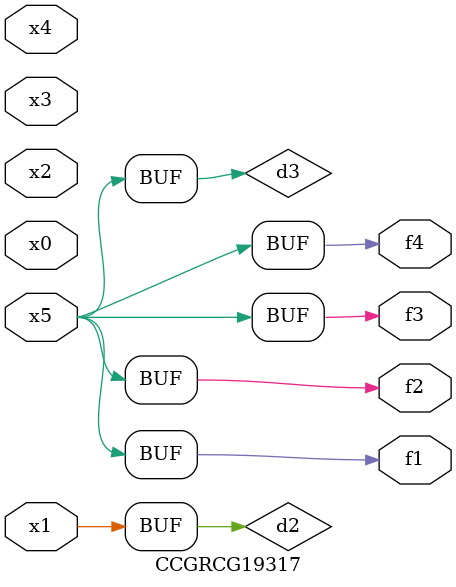
<source format=v>
module CCGRCG19317(
	input x0, x1, x2, x3, x4, x5,
	output f1, f2, f3, f4
);

	wire d1, d2, d3;

	not (d1, x5);
	or (d2, x1);
	xnor (d3, d1);
	assign f1 = d3;
	assign f2 = d3;
	assign f3 = d3;
	assign f4 = d3;
endmodule

</source>
